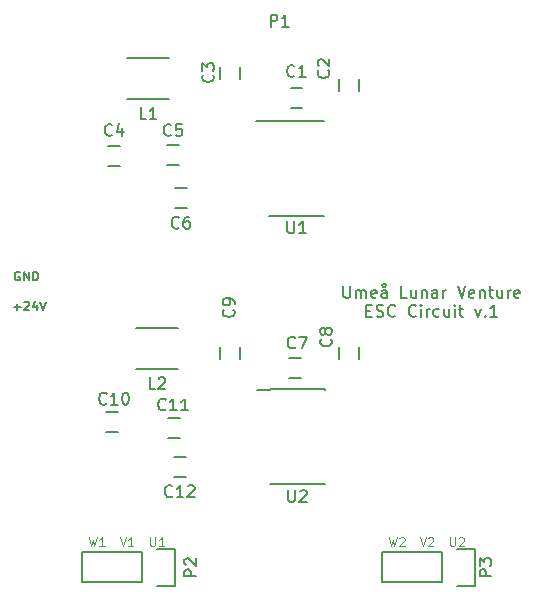
<source format=gto>
G04 #@! TF.FileFunction,Legend,Top*
%FSLAX46Y46*%
G04 Gerber Fmt 4.6, Leading zero omitted, Abs format (unit mm)*
G04 Created by KiCad (PCBNEW 4.0.2-stable) date Mon 01 Aug 2016 12:05:57 PM CEST*
%MOMM*%
G01*
G04 APERTURE LIST*
%ADD10C,0.100000*%
%ADD11C,0.187500*%
%ADD12C,0.200000*%
%ADD13C,0.150000*%
G04 APERTURE END LIST*
D10*
D11*
X124408571Y-108257571D02*
X124980000Y-108257571D01*
X124694286Y-108543286D02*
X124694286Y-107971857D01*
X125301428Y-107864714D02*
X125337142Y-107829000D01*
X125408571Y-107793286D01*
X125587142Y-107793286D01*
X125658571Y-107829000D01*
X125694285Y-107864714D01*
X125730000Y-107936143D01*
X125730000Y-108007571D01*
X125694285Y-108114714D01*
X125265714Y-108543286D01*
X125730000Y-108543286D01*
X126372857Y-108043286D02*
X126372857Y-108543286D01*
X126194286Y-107757571D02*
X126015714Y-108293286D01*
X126480000Y-108293286D01*
X126658572Y-107793286D02*
X126908572Y-108543286D01*
X127158572Y-107793286D01*
X124904572Y-105289000D02*
X124833143Y-105253286D01*
X124726000Y-105253286D01*
X124618857Y-105289000D01*
X124547429Y-105360429D01*
X124511714Y-105431857D01*
X124476000Y-105574714D01*
X124476000Y-105681857D01*
X124511714Y-105824714D01*
X124547429Y-105896143D01*
X124618857Y-105967571D01*
X124726000Y-106003286D01*
X124797429Y-106003286D01*
X124904572Y-105967571D01*
X124940286Y-105931857D01*
X124940286Y-105681857D01*
X124797429Y-105681857D01*
X125261714Y-106003286D02*
X125261714Y-105253286D01*
X125690286Y-106003286D01*
X125690286Y-105253286D01*
X126047428Y-106003286D02*
X126047428Y-105253286D01*
X126226000Y-105253286D01*
X126333143Y-105289000D01*
X126404571Y-105360429D01*
X126440286Y-105431857D01*
X126476000Y-105574714D01*
X126476000Y-105681857D01*
X126440286Y-105824714D01*
X126404571Y-105896143D01*
X126333143Y-105967571D01*
X126226000Y-106003286D01*
X126047428Y-106003286D01*
D12*
X152313618Y-106475381D02*
X152313618Y-107284905D01*
X152361237Y-107380143D01*
X152408856Y-107427762D01*
X152504094Y-107475381D01*
X152694571Y-107475381D01*
X152789809Y-107427762D01*
X152837428Y-107380143D01*
X152885047Y-107284905D01*
X152885047Y-106475381D01*
X153361237Y-107475381D02*
X153361237Y-106808714D01*
X153361237Y-106903952D02*
X153408856Y-106856333D01*
X153504094Y-106808714D01*
X153646952Y-106808714D01*
X153742190Y-106856333D01*
X153789809Y-106951571D01*
X153789809Y-107475381D01*
X153789809Y-106951571D02*
X153837428Y-106856333D01*
X153932666Y-106808714D01*
X154075523Y-106808714D01*
X154170761Y-106856333D01*
X154218380Y-106951571D01*
X154218380Y-107475381D01*
X155075523Y-107427762D02*
X154980285Y-107475381D01*
X154789808Y-107475381D01*
X154694570Y-107427762D01*
X154646951Y-107332524D01*
X154646951Y-106951571D01*
X154694570Y-106856333D01*
X154789808Y-106808714D01*
X154980285Y-106808714D01*
X155075523Y-106856333D01*
X155123142Y-106951571D01*
X155123142Y-107046810D01*
X154646951Y-107142048D01*
X155980285Y-107475381D02*
X155980285Y-106951571D01*
X155932666Y-106856333D01*
X155837428Y-106808714D01*
X155646951Y-106808714D01*
X155551713Y-106856333D01*
X155980285Y-107427762D02*
X155885047Y-107475381D01*
X155646951Y-107475381D01*
X155551713Y-107427762D01*
X155504094Y-107332524D01*
X155504094Y-107237286D01*
X155551713Y-107142048D01*
X155646951Y-107094429D01*
X155885047Y-107094429D01*
X155980285Y-107046810D01*
X155742189Y-106570619D02*
X155646951Y-106523000D01*
X155599332Y-106427762D01*
X155646951Y-106332524D01*
X155742189Y-106284905D01*
X155837428Y-106332524D01*
X155885047Y-106427762D01*
X155837428Y-106523000D01*
X155742189Y-106570619D01*
X157694571Y-107475381D02*
X157218380Y-107475381D01*
X157218380Y-106475381D01*
X158456476Y-106808714D02*
X158456476Y-107475381D01*
X158027904Y-106808714D02*
X158027904Y-107332524D01*
X158075523Y-107427762D01*
X158170761Y-107475381D01*
X158313619Y-107475381D01*
X158408857Y-107427762D01*
X158456476Y-107380143D01*
X158932666Y-106808714D02*
X158932666Y-107475381D01*
X158932666Y-106903952D02*
X158980285Y-106856333D01*
X159075523Y-106808714D01*
X159218381Y-106808714D01*
X159313619Y-106856333D01*
X159361238Y-106951571D01*
X159361238Y-107475381D01*
X160266000Y-107475381D02*
X160266000Y-106951571D01*
X160218381Y-106856333D01*
X160123143Y-106808714D01*
X159932666Y-106808714D01*
X159837428Y-106856333D01*
X160266000Y-107427762D02*
X160170762Y-107475381D01*
X159932666Y-107475381D01*
X159837428Y-107427762D01*
X159789809Y-107332524D01*
X159789809Y-107237286D01*
X159837428Y-107142048D01*
X159932666Y-107094429D01*
X160170762Y-107094429D01*
X160266000Y-107046810D01*
X160742190Y-107475381D02*
X160742190Y-106808714D01*
X160742190Y-106999190D02*
X160789809Y-106903952D01*
X160837428Y-106856333D01*
X160932666Y-106808714D01*
X161027905Y-106808714D01*
X161980286Y-106475381D02*
X162313619Y-107475381D01*
X162646953Y-106475381D01*
X163361239Y-107427762D02*
X163266001Y-107475381D01*
X163075524Y-107475381D01*
X162980286Y-107427762D01*
X162932667Y-107332524D01*
X162932667Y-106951571D01*
X162980286Y-106856333D01*
X163075524Y-106808714D01*
X163266001Y-106808714D01*
X163361239Y-106856333D01*
X163408858Y-106951571D01*
X163408858Y-107046810D01*
X162932667Y-107142048D01*
X163837429Y-106808714D02*
X163837429Y-107475381D01*
X163837429Y-106903952D02*
X163885048Y-106856333D01*
X163980286Y-106808714D01*
X164123144Y-106808714D01*
X164218382Y-106856333D01*
X164266001Y-106951571D01*
X164266001Y-107475381D01*
X164599334Y-106808714D02*
X164980286Y-106808714D01*
X164742191Y-106475381D02*
X164742191Y-107332524D01*
X164789810Y-107427762D01*
X164885048Y-107475381D01*
X164980286Y-107475381D01*
X165742192Y-106808714D02*
X165742192Y-107475381D01*
X165313620Y-106808714D02*
X165313620Y-107332524D01*
X165361239Y-107427762D01*
X165456477Y-107475381D01*
X165599335Y-107475381D01*
X165694573Y-107427762D01*
X165742192Y-107380143D01*
X166218382Y-107475381D02*
X166218382Y-106808714D01*
X166218382Y-106999190D02*
X166266001Y-106903952D01*
X166313620Y-106856333D01*
X166408858Y-106808714D01*
X166504097Y-106808714D01*
X167218383Y-107427762D02*
X167123145Y-107475381D01*
X166932668Y-107475381D01*
X166837430Y-107427762D01*
X166789811Y-107332524D01*
X166789811Y-106951571D01*
X166837430Y-106856333D01*
X166932668Y-106808714D01*
X167123145Y-106808714D01*
X167218383Y-106856333D01*
X167266002Y-106951571D01*
X167266002Y-107046810D01*
X166789811Y-107142048D01*
X154266000Y-108551571D02*
X154599334Y-108551571D01*
X154742191Y-109075381D02*
X154266000Y-109075381D01*
X154266000Y-108075381D01*
X154742191Y-108075381D01*
X155123143Y-109027762D02*
X155266000Y-109075381D01*
X155504096Y-109075381D01*
X155599334Y-109027762D01*
X155646953Y-108980143D01*
X155694572Y-108884905D01*
X155694572Y-108789667D01*
X155646953Y-108694429D01*
X155599334Y-108646810D01*
X155504096Y-108599190D01*
X155313619Y-108551571D01*
X155218381Y-108503952D01*
X155170762Y-108456333D01*
X155123143Y-108361095D01*
X155123143Y-108265857D01*
X155170762Y-108170619D01*
X155218381Y-108123000D01*
X155313619Y-108075381D01*
X155551715Y-108075381D01*
X155694572Y-108123000D01*
X156694572Y-108980143D02*
X156646953Y-109027762D01*
X156504096Y-109075381D01*
X156408858Y-109075381D01*
X156266000Y-109027762D01*
X156170762Y-108932524D01*
X156123143Y-108837286D01*
X156075524Y-108646810D01*
X156075524Y-108503952D01*
X156123143Y-108313476D01*
X156170762Y-108218238D01*
X156266000Y-108123000D01*
X156408858Y-108075381D01*
X156504096Y-108075381D01*
X156646953Y-108123000D01*
X156694572Y-108170619D01*
X158456477Y-108980143D02*
X158408858Y-109027762D01*
X158266001Y-109075381D01*
X158170763Y-109075381D01*
X158027905Y-109027762D01*
X157932667Y-108932524D01*
X157885048Y-108837286D01*
X157837429Y-108646810D01*
X157837429Y-108503952D01*
X157885048Y-108313476D01*
X157932667Y-108218238D01*
X158027905Y-108123000D01*
X158170763Y-108075381D01*
X158266001Y-108075381D01*
X158408858Y-108123000D01*
X158456477Y-108170619D01*
X158885048Y-109075381D02*
X158885048Y-108408714D01*
X158885048Y-108075381D02*
X158837429Y-108123000D01*
X158885048Y-108170619D01*
X158932667Y-108123000D01*
X158885048Y-108075381D01*
X158885048Y-108170619D01*
X159361238Y-109075381D02*
X159361238Y-108408714D01*
X159361238Y-108599190D02*
X159408857Y-108503952D01*
X159456476Y-108456333D01*
X159551714Y-108408714D01*
X159646953Y-108408714D01*
X160408858Y-109027762D02*
X160313620Y-109075381D01*
X160123143Y-109075381D01*
X160027905Y-109027762D01*
X159980286Y-108980143D01*
X159932667Y-108884905D01*
X159932667Y-108599190D01*
X159980286Y-108503952D01*
X160027905Y-108456333D01*
X160123143Y-108408714D01*
X160313620Y-108408714D01*
X160408858Y-108456333D01*
X161266001Y-108408714D02*
X161266001Y-109075381D01*
X160837429Y-108408714D02*
X160837429Y-108932524D01*
X160885048Y-109027762D01*
X160980286Y-109075381D01*
X161123144Y-109075381D01*
X161218382Y-109027762D01*
X161266001Y-108980143D01*
X161742191Y-109075381D02*
X161742191Y-108408714D01*
X161742191Y-108075381D02*
X161694572Y-108123000D01*
X161742191Y-108170619D01*
X161789810Y-108123000D01*
X161742191Y-108075381D01*
X161742191Y-108170619D01*
X162075524Y-108408714D02*
X162456476Y-108408714D01*
X162218381Y-108075381D02*
X162218381Y-108932524D01*
X162266000Y-109027762D01*
X162361238Y-109075381D01*
X162456476Y-109075381D01*
X163456477Y-108408714D02*
X163694572Y-109075381D01*
X163932668Y-108408714D01*
X164313620Y-108980143D02*
X164361239Y-109027762D01*
X164313620Y-109075381D01*
X164266001Y-109027762D01*
X164313620Y-108980143D01*
X164313620Y-109075381D01*
X165313620Y-109075381D02*
X164742191Y-109075381D01*
X165027905Y-109075381D02*
X165027905Y-108075381D01*
X164932667Y-108218238D01*
X164837429Y-108313476D01*
X164742191Y-108361095D01*
D10*
X161353571Y-127752286D02*
X161353571Y-128359429D01*
X161389286Y-128430857D01*
X161425000Y-128466571D01*
X161496429Y-128502286D01*
X161639286Y-128502286D01*
X161710714Y-128466571D01*
X161746429Y-128430857D01*
X161782143Y-128359429D01*
X161782143Y-127752286D01*
X162103571Y-127823714D02*
X162139285Y-127788000D01*
X162210714Y-127752286D01*
X162389285Y-127752286D01*
X162460714Y-127788000D01*
X162496428Y-127823714D01*
X162532143Y-127895143D01*
X162532143Y-127966571D01*
X162496428Y-128073714D01*
X162067857Y-128502286D01*
X162532143Y-128502286D01*
X158777858Y-127752286D02*
X159027858Y-128502286D01*
X159277858Y-127752286D01*
X159492143Y-127823714D02*
X159527857Y-127788000D01*
X159599286Y-127752286D01*
X159777857Y-127752286D01*
X159849286Y-127788000D01*
X159885000Y-127823714D01*
X159920715Y-127895143D01*
X159920715Y-127966571D01*
X159885000Y-128073714D01*
X159456429Y-128502286D01*
X159920715Y-128502286D01*
X156166429Y-127752286D02*
X156345000Y-128502286D01*
X156487857Y-127966571D01*
X156630715Y-128502286D01*
X156809286Y-127752286D01*
X157059286Y-127823714D02*
X157095000Y-127788000D01*
X157166429Y-127752286D01*
X157345000Y-127752286D01*
X157416429Y-127788000D01*
X157452143Y-127823714D01*
X157487858Y-127895143D01*
X157487858Y-127966571D01*
X157452143Y-128073714D01*
X157023572Y-128502286D01*
X157487858Y-128502286D01*
X135953571Y-127752286D02*
X135953571Y-128359429D01*
X135989286Y-128430857D01*
X136025000Y-128466571D01*
X136096429Y-128502286D01*
X136239286Y-128502286D01*
X136310714Y-128466571D01*
X136346429Y-128430857D01*
X136382143Y-128359429D01*
X136382143Y-127752286D01*
X137132143Y-128502286D02*
X136703571Y-128502286D01*
X136917857Y-128502286D02*
X136917857Y-127752286D01*
X136846428Y-127859429D01*
X136775000Y-127930857D01*
X136703571Y-127966571D01*
X133377858Y-127752286D02*
X133627858Y-128502286D01*
X133877858Y-127752286D01*
X134520715Y-128502286D02*
X134092143Y-128502286D01*
X134306429Y-128502286D02*
X134306429Y-127752286D01*
X134235000Y-127859429D01*
X134163572Y-127930857D01*
X134092143Y-127966571D01*
X130766429Y-127752286D02*
X130945000Y-128502286D01*
X131087857Y-127966571D01*
X131230715Y-128502286D01*
X131409286Y-127752286D01*
X132087858Y-128502286D02*
X131659286Y-128502286D01*
X131873572Y-128502286D02*
X131873572Y-127752286D01*
X131802143Y-127859429D01*
X131730715Y-127930857D01*
X131659286Y-127966571D01*
D13*
X147836000Y-91401000D02*
X148836000Y-91401000D01*
X148836000Y-89701000D02*
X147836000Y-89701000D01*
X151931000Y-88928000D02*
X151931000Y-89928000D01*
X153631000Y-89928000D02*
X153631000Y-88928000D01*
X141898000Y-87912000D02*
X141898000Y-88912000D01*
X143598000Y-88912000D02*
X143598000Y-87912000D01*
X132362000Y-96354000D02*
X133362000Y-96354000D01*
X133362000Y-94654000D02*
X132362000Y-94654000D01*
X137402000Y-96227000D02*
X138402000Y-96227000D01*
X138402000Y-94527000D02*
X137402000Y-94527000D01*
X138057000Y-99910000D02*
X139057000Y-99910000D01*
X139057000Y-98210000D02*
X138057000Y-98210000D01*
X147729000Y-114261000D02*
X148729000Y-114261000D01*
X148729000Y-112561000D02*
X147729000Y-112561000D01*
X151931000Y-111661000D02*
X151931000Y-112661000D01*
X153631000Y-112661000D02*
X153631000Y-111661000D01*
X141898000Y-111661000D02*
X141898000Y-112661000D01*
X143598000Y-112661000D02*
X143598000Y-111661000D01*
X132215000Y-118833000D02*
X133215000Y-118833000D01*
X133215000Y-117133000D02*
X132215000Y-117133000D01*
X137442000Y-119341000D02*
X138442000Y-119341000D01*
X138442000Y-117641000D02*
X137442000Y-117641000D01*
X137950000Y-122643000D02*
X138950000Y-122643000D01*
X138950000Y-120943000D02*
X137950000Y-120943000D01*
X133984000Y-90625000D02*
X137584000Y-90625000D01*
X137584000Y-87175000D02*
X133984000Y-87175000D01*
X134746000Y-113485000D02*
X138346000Y-113485000D01*
X138346000Y-110035000D02*
X134746000Y-110035000D01*
X146082000Y-115217000D02*
X146082000Y-115242000D01*
X150732000Y-115217000D02*
X150732000Y-115242000D01*
X150732000Y-123267000D02*
X150732000Y-123242000D01*
X146082000Y-123267000D02*
X146082000Y-123242000D01*
X146082000Y-115217000D02*
X150732000Y-115217000D01*
X146082000Y-123267000D02*
X150732000Y-123267000D01*
X146082000Y-115242000D02*
X145007000Y-115242000D01*
X146011000Y-92495000D02*
X146011000Y-92520000D01*
X150661000Y-92495000D02*
X150661000Y-92520000D01*
X150661000Y-100545000D02*
X150661000Y-100520000D01*
X146011000Y-100545000D02*
X146011000Y-100520000D01*
X146011000Y-92495000D02*
X150661000Y-92495000D01*
X146011000Y-100545000D02*
X150661000Y-100545000D01*
X146011000Y-92520000D02*
X144936000Y-92520000D01*
X135269000Y-129035000D02*
X130189000Y-129035000D01*
X130189000Y-129035000D02*
X130189000Y-131575000D01*
X130189000Y-131575000D02*
X135269000Y-131575000D01*
X138089000Y-131855000D02*
X136539000Y-131855000D01*
X135269000Y-131575000D02*
X135269000Y-129035000D01*
X136539000Y-128755000D02*
X138089000Y-128755000D01*
X138089000Y-128755000D02*
X138089000Y-131855000D01*
X160629000Y-129035000D02*
X155549000Y-129035000D01*
X155549000Y-129035000D02*
X155549000Y-131575000D01*
X155549000Y-131575000D02*
X160629000Y-131575000D01*
X163449000Y-131855000D02*
X161899000Y-131855000D01*
X160629000Y-131575000D02*
X160629000Y-129035000D01*
X161899000Y-128755000D02*
X163449000Y-128755000D01*
X163449000Y-128755000D02*
X163449000Y-131855000D01*
X148169334Y-88662143D02*
X148121715Y-88709762D01*
X147978858Y-88757381D01*
X147883620Y-88757381D01*
X147740762Y-88709762D01*
X147645524Y-88614524D01*
X147597905Y-88519286D01*
X147550286Y-88328810D01*
X147550286Y-88185952D01*
X147597905Y-87995476D01*
X147645524Y-87900238D01*
X147740762Y-87805000D01*
X147883620Y-87757381D01*
X147978858Y-87757381D01*
X148121715Y-87805000D01*
X148169334Y-87852619D01*
X149121715Y-88757381D02*
X148550286Y-88757381D01*
X148836000Y-88757381D02*
X148836000Y-87757381D01*
X148740762Y-87900238D01*
X148645524Y-87995476D01*
X148550286Y-88043095D01*
X151038143Y-88221666D02*
X151085762Y-88269285D01*
X151133381Y-88412142D01*
X151133381Y-88507380D01*
X151085762Y-88650238D01*
X150990524Y-88745476D01*
X150895286Y-88793095D01*
X150704810Y-88840714D01*
X150561952Y-88840714D01*
X150371476Y-88793095D01*
X150276238Y-88745476D01*
X150181000Y-88650238D01*
X150133381Y-88507380D01*
X150133381Y-88412142D01*
X150181000Y-88269285D01*
X150228619Y-88221666D01*
X150228619Y-87840714D02*
X150181000Y-87793095D01*
X150133381Y-87697857D01*
X150133381Y-87459761D01*
X150181000Y-87364523D01*
X150228619Y-87316904D01*
X150323857Y-87269285D01*
X150419095Y-87269285D01*
X150561952Y-87316904D01*
X151133381Y-87888333D01*
X151133381Y-87269285D01*
X141256143Y-88578666D02*
X141303762Y-88626285D01*
X141351381Y-88769142D01*
X141351381Y-88864380D01*
X141303762Y-89007238D01*
X141208524Y-89102476D01*
X141113286Y-89150095D01*
X140922810Y-89197714D01*
X140779952Y-89197714D01*
X140589476Y-89150095D01*
X140494238Y-89102476D01*
X140399000Y-89007238D01*
X140351381Y-88864380D01*
X140351381Y-88769142D01*
X140399000Y-88626285D01*
X140446619Y-88578666D01*
X140351381Y-88245333D02*
X140351381Y-87626285D01*
X140732333Y-87959619D01*
X140732333Y-87816761D01*
X140779952Y-87721523D01*
X140827571Y-87673904D01*
X140922810Y-87626285D01*
X141160905Y-87626285D01*
X141256143Y-87673904D01*
X141303762Y-87721523D01*
X141351381Y-87816761D01*
X141351381Y-88102476D01*
X141303762Y-88197714D01*
X141256143Y-88245333D01*
X132732334Y-93662143D02*
X132684715Y-93709762D01*
X132541858Y-93757381D01*
X132446620Y-93757381D01*
X132303762Y-93709762D01*
X132208524Y-93614524D01*
X132160905Y-93519286D01*
X132113286Y-93328810D01*
X132113286Y-93185952D01*
X132160905Y-92995476D01*
X132208524Y-92900238D01*
X132303762Y-92805000D01*
X132446620Y-92757381D01*
X132541858Y-92757381D01*
X132684715Y-92805000D01*
X132732334Y-92852619D01*
X133589477Y-93090714D02*
X133589477Y-93757381D01*
X133351381Y-92709762D02*
X133113286Y-93424048D01*
X133732334Y-93424048D01*
X137735334Y-93662143D02*
X137687715Y-93709762D01*
X137544858Y-93757381D01*
X137449620Y-93757381D01*
X137306762Y-93709762D01*
X137211524Y-93614524D01*
X137163905Y-93519286D01*
X137116286Y-93328810D01*
X137116286Y-93185952D01*
X137163905Y-92995476D01*
X137211524Y-92900238D01*
X137306762Y-92805000D01*
X137449620Y-92757381D01*
X137544858Y-92757381D01*
X137687715Y-92805000D01*
X137735334Y-92852619D01*
X138640096Y-92757381D02*
X138163905Y-92757381D01*
X138116286Y-93233571D01*
X138163905Y-93185952D01*
X138259143Y-93138333D01*
X138497239Y-93138333D01*
X138592477Y-93185952D01*
X138640096Y-93233571D01*
X138687715Y-93328810D01*
X138687715Y-93566905D01*
X138640096Y-93662143D01*
X138592477Y-93709762D01*
X138497239Y-93757381D01*
X138259143Y-93757381D01*
X138163905Y-93709762D01*
X138116286Y-93662143D01*
X138390334Y-101517143D02*
X138342715Y-101564762D01*
X138199858Y-101612381D01*
X138104620Y-101612381D01*
X137961762Y-101564762D01*
X137866524Y-101469524D01*
X137818905Y-101374286D01*
X137771286Y-101183810D01*
X137771286Y-101040952D01*
X137818905Y-100850476D01*
X137866524Y-100755238D01*
X137961762Y-100660000D01*
X138104620Y-100612381D01*
X138199858Y-100612381D01*
X138342715Y-100660000D01*
X138390334Y-100707619D01*
X139247477Y-100612381D02*
X139057000Y-100612381D01*
X138961762Y-100660000D01*
X138914143Y-100707619D01*
X138818905Y-100850476D01*
X138771286Y-101040952D01*
X138771286Y-101421905D01*
X138818905Y-101517143D01*
X138866524Y-101564762D01*
X138961762Y-101612381D01*
X139152239Y-101612381D01*
X139247477Y-101564762D01*
X139295096Y-101517143D01*
X139342715Y-101421905D01*
X139342715Y-101183810D01*
X139295096Y-101088571D01*
X139247477Y-101040952D01*
X139152239Y-100993333D01*
X138961762Y-100993333D01*
X138866524Y-101040952D01*
X138818905Y-101088571D01*
X138771286Y-101183810D01*
X148232334Y-111662143D02*
X148184715Y-111709762D01*
X148041858Y-111757381D01*
X147946620Y-111757381D01*
X147803762Y-111709762D01*
X147708524Y-111614524D01*
X147660905Y-111519286D01*
X147613286Y-111328810D01*
X147613286Y-111185952D01*
X147660905Y-110995476D01*
X147708524Y-110900238D01*
X147803762Y-110805000D01*
X147946620Y-110757381D01*
X148041858Y-110757381D01*
X148184715Y-110805000D01*
X148232334Y-110852619D01*
X148565667Y-110757381D02*
X149232334Y-110757381D01*
X148803762Y-111757381D01*
X151256143Y-110971666D02*
X151303762Y-111019285D01*
X151351381Y-111162142D01*
X151351381Y-111257380D01*
X151303762Y-111400238D01*
X151208524Y-111495476D01*
X151113286Y-111543095D01*
X150922810Y-111590714D01*
X150779952Y-111590714D01*
X150589476Y-111543095D01*
X150494238Y-111495476D01*
X150399000Y-111400238D01*
X150351381Y-111257380D01*
X150351381Y-111162142D01*
X150399000Y-111019285D01*
X150446619Y-110971666D01*
X150779952Y-110400238D02*
X150732333Y-110495476D01*
X150684714Y-110543095D01*
X150589476Y-110590714D01*
X150541857Y-110590714D01*
X150446619Y-110543095D01*
X150399000Y-110495476D01*
X150351381Y-110400238D01*
X150351381Y-110209761D01*
X150399000Y-110114523D01*
X150446619Y-110066904D01*
X150541857Y-110019285D01*
X150589476Y-110019285D01*
X150684714Y-110066904D01*
X150732333Y-110114523D01*
X150779952Y-110209761D01*
X150779952Y-110400238D01*
X150827571Y-110495476D01*
X150875190Y-110543095D01*
X150970429Y-110590714D01*
X151160905Y-110590714D01*
X151256143Y-110543095D01*
X151303762Y-110495476D01*
X151351381Y-110400238D01*
X151351381Y-110209761D01*
X151303762Y-110114523D01*
X151256143Y-110066904D01*
X151160905Y-110019285D01*
X150970429Y-110019285D01*
X150875190Y-110066904D01*
X150827571Y-110114523D01*
X150779952Y-110209761D01*
X143006143Y-108471666D02*
X143053762Y-108519285D01*
X143101381Y-108662142D01*
X143101381Y-108757380D01*
X143053762Y-108900238D01*
X142958524Y-108995476D01*
X142863286Y-109043095D01*
X142672810Y-109090714D01*
X142529952Y-109090714D01*
X142339476Y-109043095D01*
X142244238Y-108995476D01*
X142149000Y-108900238D01*
X142101381Y-108757380D01*
X142101381Y-108662142D01*
X142149000Y-108519285D01*
X142196619Y-108471666D01*
X143101381Y-107995476D02*
X143101381Y-107805000D01*
X143053762Y-107709761D01*
X143006143Y-107662142D01*
X142863286Y-107566904D01*
X142672810Y-107519285D01*
X142291857Y-107519285D01*
X142196619Y-107566904D01*
X142149000Y-107614523D01*
X142101381Y-107709761D01*
X142101381Y-107900238D01*
X142149000Y-107995476D01*
X142196619Y-108043095D01*
X142291857Y-108090714D01*
X142529952Y-108090714D01*
X142625190Y-108043095D01*
X142672810Y-107995476D01*
X142720429Y-107900238D01*
X142720429Y-107709761D01*
X142672810Y-107614523D01*
X142625190Y-107566904D01*
X142529952Y-107519285D01*
X132256143Y-116412143D02*
X132208524Y-116459762D01*
X132065667Y-116507381D01*
X131970429Y-116507381D01*
X131827571Y-116459762D01*
X131732333Y-116364524D01*
X131684714Y-116269286D01*
X131637095Y-116078810D01*
X131637095Y-115935952D01*
X131684714Y-115745476D01*
X131732333Y-115650238D01*
X131827571Y-115555000D01*
X131970429Y-115507381D01*
X132065667Y-115507381D01*
X132208524Y-115555000D01*
X132256143Y-115602619D01*
X133208524Y-116507381D02*
X132637095Y-116507381D01*
X132922809Y-116507381D02*
X132922809Y-115507381D01*
X132827571Y-115650238D01*
X132732333Y-115745476D01*
X132637095Y-115793095D01*
X133827571Y-115507381D02*
X133922810Y-115507381D01*
X134018048Y-115555000D01*
X134065667Y-115602619D01*
X134113286Y-115697857D01*
X134160905Y-115888333D01*
X134160905Y-116126429D01*
X134113286Y-116316905D01*
X134065667Y-116412143D01*
X134018048Y-116459762D01*
X133922810Y-116507381D01*
X133827571Y-116507381D01*
X133732333Y-116459762D01*
X133684714Y-116412143D01*
X133637095Y-116316905D01*
X133589476Y-116126429D01*
X133589476Y-115888333D01*
X133637095Y-115697857D01*
X133684714Y-115602619D01*
X133732333Y-115555000D01*
X133827571Y-115507381D01*
X137256143Y-116912143D02*
X137208524Y-116959762D01*
X137065667Y-117007381D01*
X136970429Y-117007381D01*
X136827571Y-116959762D01*
X136732333Y-116864524D01*
X136684714Y-116769286D01*
X136637095Y-116578810D01*
X136637095Y-116435952D01*
X136684714Y-116245476D01*
X136732333Y-116150238D01*
X136827571Y-116055000D01*
X136970429Y-116007381D01*
X137065667Y-116007381D01*
X137208524Y-116055000D01*
X137256143Y-116102619D01*
X138208524Y-117007381D02*
X137637095Y-117007381D01*
X137922809Y-117007381D02*
X137922809Y-116007381D01*
X137827571Y-116150238D01*
X137732333Y-116245476D01*
X137637095Y-116293095D01*
X139160905Y-117007381D02*
X138589476Y-117007381D01*
X138875190Y-117007381D02*
X138875190Y-116007381D01*
X138779952Y-116150238D01*
X138684714Y-116245476D01*
X138589476Y-116293095D01*
X137807143Y-124250143D02*
X137759524Y-124297762D01*
X137616667Y-124345381D01*
X137521429Y-124345381D01*
X137378571Y-124297762D01*
X137283333Y-124202524D01*
X137235714Y-124107286D01*
X137188095Y-123916810D01*
X137188095Y-123773952D01*
X137235714Y-123583476D01*
X137283333Y-123488238D01*
X137378571Y-123393000D01*
X137521429Y-123345381D01*
X137616667Y-123345381D01*
X137759524Y-123393000D01*
X137807143Y-123440619D01*
X138759524Y-124345381D02*
X138188095Y-124345381D01*
X138473809Y-124345381D02*
X138473809Y-123345381D01*
X138378571Y-123488238D01*
X138283333Y-123583476D01*
X138188095Y-123631095D01*
X139140476Y-123440619D02*
X139188095Y-123393000D01*
X139283333Y-123345381D01*
X139521429Y-123345381D01*
X139616667Y-123393000D01*
X139664286Y-123440619D01*
X139711905Y-123535857D01*
X139711905Y-123631095D01*
X139664286Y-123773952D01*
X139092857Y-124345381D01*
X139711905Y-124345381D01*
X135617334Y-92352381D02*
X135141143Y-92352381D01*
X135141143Y-91352381D01*
X136474477Y-92352381D02*
X135903048Y-92352381D01*
X136188762Y-92352381D02*
X136188762Y-91352381D01*
X136093524Y-91495238D01*
X135998286Y-91590476D01*
X135903048Y-91638095D01*
X136379334Y-115212381D02*
X135903143Y-115212381D01*
X135903143Y-114212381D01*
X136665048Y-114307619D02*
X136712667Y-114260000D01*
X136807905Y-114212381D01*
X137046001Y-114212381D01*
X137141239Y-114260000D01*
X137188858Y-114307619D01*
X137236477Y-114402857D01*
X137236477Y-114498095D01*
X137188858Y-114640952D01*
X136617429Y-115212381D01*
X137236477Y-115212381D01*
X147637095Y-123757381D02*
X147637095Y-124566905D01*
X147684714Y-124662143D01*
X147732333Y-124709762D01*
X147827571Y-124757381D01*
X148018048Y-124757381D01*
X148113286Y-124709762D01*
X148160905Y-124662143D01*
X148208524Y-124566905D01*
X148208524Y-123757381D01*
X148637095Y-123852619D02*
X148684714Y-123805000D01*
X148779952Y-123757381D01*
X149018048Y-123757381D01*
X149113286Y-123805000D01*
X149160905Y-123852619D01*
X149208524Y-123947857D01*
X149208524Y-124043095D01*
X149160905Y-124185952D01*
X148589476Y-124757381D01*
X149208524Y-124757381D01*
X147574095Y-101007381D02*
X147574095Y-101816905D01*
X147621714Y-101912143D01*
X147669333Y-101959762D01*
X147764571Y-102007381D01*
X147955048Y-102007381D01*
X148050286Y-101959762D01*
X148097905Y-101912143D01*
X148145524Y-101816905D01*
X148145524Y-101007381D01*
X149145524Y-102007381D02*
X148574095Y-102007381D01*
X148859809Y-102007381D02*
X148859809Y-101007381D01*
X148764571Y-101150238D01*
X148669333Y-101245476D01*
X148574095Y-101293095D01*
X146160905Y-84507381D02*
X146160905Y-83507381D01*
X146541858Y-83507381D01*
X146637096Y-83555000D01*
X146684715Y-83602619D01*
X146732334Y-83697857D01*
X146732334Y-83840714D01*
X146684715Y-83935952D01*
X146637096Y-83983571D01*
X146541858Y-84031190D01*
X146160905Y-84031190D01*
X147684715Y-84507381D02*
X147113286Y-84507381D01*
X147399000Y-84507381D02*
X147399000Y-83507381D01*
X147303762Y-83650238D01*
X147208524Y-83745476D01*
X147113286Y-83793095D01*
X139851381Y-131043095D02*
X138851381Y-131043095D01*
X138851381Y-130662142D01*
X138899000Y-130566904D01*
X138946619Y-130519285D01*
X139041857Y-130471666D01*
X139184714Y-130471666D01*
X139279952Y-130519285D01*
X139327571Y-130566904D01*
X139375190Y-130662142D01*
X139375190Y-131043095D01*
X138946619Y-130090714D02*
X138899000Y-130043095D01*
X138851381Y-129947857D01*
X138851381Y-129709761D01*
X138899000Y-129614523D01*
X138946619Y-129566904D01*
X139041857Y-129519285D01*
X139137095Y-129519285D01*
X139279952Y-129566904D01*
X139851381Y-130138333D01*
X139851381Y-129519285D01*
X164851381Y-131043095D02*
X163851381Y-131043095D01*
X163851381Y-130662142D01*
X163899000Y-130566904D01*
X163946619Y-130519285D01*
X164041857Y-130471666D01*
X164184714Y-130471666D01*
X164279952Y-130519285D01*
X164327571Y-130566904D01*
X164375190Y-130662142D01*
X164375190Y-131043095D01*
X163851381Y-130138333D02*
X163851381Y-129519285D01*
X164232333Y-129852619D01*
X164232333Y-129709761D01*
X164279952Y-129614523D01*
X164327571Y-129566904D01*
X164422810Y-129519285D01*
X164660905Y-129519285D01*
X164756143Y-129566904D01*
X164803762Y-129614523D01*
X164851381Y-129709761D01*
X164851381Y-129995476D01*
X164803762Y-130090714D01*
X164756143Y-130138333D01*
M02*

</source>
